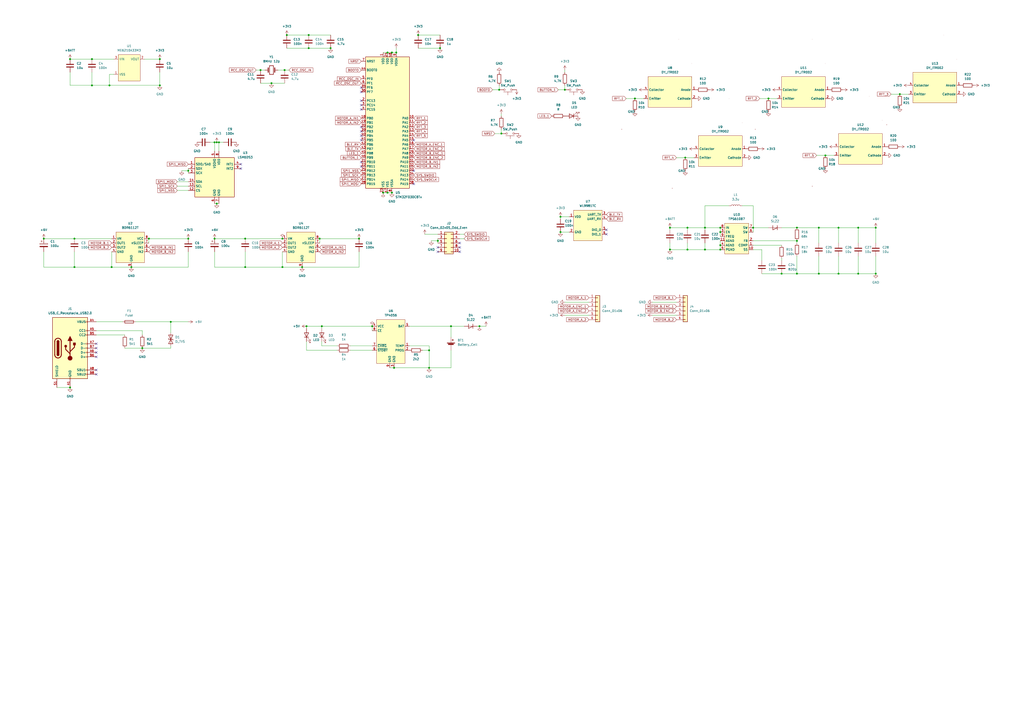
<source format=kicad_sch>
(kicad_sch (version 20211123) (generator eeschema)
  (paper "A2")
  (lib_symbols
    (symbol "Connector:USB_C_Receptacle_USB2.0" (pin_names (offset 1.016))
      (property "Reference" "J" (at -10.16 19.05 0))
      (property "Value" "USB_C_Receptacle_USB2.0" (at 19.05 19.05 0))
      (symbol "USB_C_Receptacle_USB2.0_1_1"
        (pin passive line (at 0 -22.86 90) (length 5.08) (name "GND") (number "A1"))
        (pin passive line (at 0 -22.86 90) (length 5.08) hide (name "GND") (number "A12"))
        (pin passive line (at 15.24 15.24 180) (length 5.08) (name "VBUS") (number "A4"))
        (pin bidirectional line (at 15.24 10.16 180) (length 5.08) (name "CC1") (number "A5"))
        (pin bidirectional line (at 15.24 -2.54 180) (length 5.08) (name "D+") (number "A6"))
        (pin bidirectional line (at 15.24 2.54 180) (length 5.08) (name "D-") (number "A7"))
        (pin bidirectional line (at 15.24 -12.7 180) (length 5.08) (name "SBU1") (number "A8"))
        (pin passive line (at 15.24 15.24 180) (length 5.08) hide (name "VBUS") (number "A9"))
        (pin passive line (at 0 -22.86 90) (length 5.08) hide (name "GND") (number "B1"))
        (pin passive line (at 0 -22.86 90) (length 5.08) hide (name "GND") (number "B12"))
        (pin passive line (at 15.24 15.24 180) (length 5.08) hide (name "VBUS") (number "B4"))
        (pin bidirectional line (at 15.24 7.62 180) (length 5.08) (name "CC2") (number "B5"))
        (pin bidirectional line (at 15.24 -5.08 180) (length 5.08) (name "D+") (number "B6"))
        (pin bidirectional line (at 15.24 0 180) (length 5.08) (name "D-") (number "B7"))
        (pin bidirectional line (at 15.24 -15.24 180) (length 5.08) (name "SBU2") (number "B8"))
        (pin passive line (at 15.24 15.24 180) (length 5.08) hide (name "VBUS") (number "B9"))
        (pin passive line (at -7.62 -22.86 90) (length 5.08) (name "SHIELD") (number "S1"))
      )
    )
    (symbol "Connector_Generic:Conn_01x06" (pin_names (offset 1.016) hide)
      (property "Reference" "J" (at 0 7.62 0))
      (property "Value" "Conn_01x06" (at 0 -10.16 0))
      (symbol "Conn_01x06_1_1"
        (pin passive line (at -5.08 5.08 0) (length 3.81) (name "Pin_1") (number "1"))
        (pin passive line (at -5.08 2.54 0) (length 3.81) (name "Pin_2") (number "2"))
        (pin passive line (at -5.08 0 0) (length 3.81) (name "Pin_3") (number "3"))
        (pin passive line (at -5.08 -2.54 0) (length 3.81) (name "Pin_4") (number "4"))
        (pin passive line (at -5.08 -5.08 0) (length 3.81) (name "Pin_5") (number "5"))
        (pin passive line (at -5.08 -7.62 0) (length 3.81) (name "Pin_6") (number "6"))
      )
    )
    (symbol "Connector_Generic:Conn_02x05_Odd_Even" (pin_names (offset 1.016) hide)
      (property "Reference" "J" (at 1.27 7.62 0))
      (property "Value" "Conn_02x05_Odd_Even" (at 1.27 -7.62 0))
      (symbol "Conn_02x05_Odd_Even_1_1"
        (pin passive line (at -5.08 5.08 0) (length 3.81) (name "Pin_1") (number "1"))
        (pin passive line (at 7.62 -5.08 180) (length 3.81) (name "Pin_10") (number "10"))
        (pin passive line (at 7.62 5.08 180) (length 3.81) (name "Pin_2") (number "2"))
        (pin passive line (at -5.08 2.54 0) (length 3.81) (name "Pin_3") (number "3"))
        (pin passive line (at 7.62 2.54 180) (length 3.81) (name "Pin_4") (number "4"))
        (pin passive line (at -5.08 0 0) (length 3.81) (name "Pin_5") (number "5"))
        (pin passive line (at 7.62 0 180) (length 3.81) (name "Pin_6") (number "6"))
        (pin passive line (at -5.08 -2.54 0) (length 3.81) (name "Pin_7") (number "7"))
        (pin passive line (at 7.62 -2.54 180) (length 3.81) (name "Pin_8") (number "8"))
        (pin passive line (at -5.08 -5.08 0) (length 3.81) (name "Pin_9") (number "9"))
      )
    )
    (symbol "Device:Battery_Cell" (pin_numbers hide) (pin_names (offset 0) hide)
      (property "Reference" "BT" (at 2.54 2.54 0))
      (property "Value" "Battery_Cell" (at 2.54 0 0))
      (symbol "Battery_Cell_1_1"
        (pin passive line (at 0 5.08 270) (length 2.54) (name "+") (number "1"))
        (pin passive line (at 0 -2.54 90) (length 2.54) (name "-") (number "2"))
      )
    )
    (symbol "Device:C" (pin_numbers hide) (pin_names (offset 0.254))
      (property "Reference" "C" (at 0.635 2.54 0))
      (property "Value" "C" (at 0.635 -2.54 0))
      (symbol "C_1_1"
        (pin passive line (at 0 3.81 270) (length 2.794) (name "~") (number "1"))
        (pin passive line (at 0 -3.81 90) (length 2.794) (name "~") (number "2"))
      )
    )
    (symbol "Device:C_Polarized" (pin_numbers hide) (pin_names (offset 0.254))
      (property "Reference" "C" (at 0.635 2.54 0))
      (property "Value" "C_Polarized" (at 0.635 -2.54 0))
      (symbol "C_Polarized_1_1"
        (pin passive line (at 0 3.81 270) (length 2.794) (name "~") (number "1"))
        (pin passive line (at 0 -3.81 90) (length 2.794) (name "~") (number "2"))
      )
    )
    (symbol "Device:Crystal" (pin_numbers hide) (pin_names (offset 1.016) hide)
      (property "Reference" "Y" (at 0 3.81 0))
      (property "Value" "Crystal" (at 0 -3.81 0))
      (symbol "Crystal_1_1"
        (pin passive line (at -3.81 0 0) (length 1.27) (name "1") (number "1"))
        (pin passive line (at 3.81 0 180) (length 1.27) (name "2") (number "2"))
      )
    )
    (symbol "Device:D_Shockley" (pin_numbers hide) (pin_names (offset 1.016) hide)
      (property "Reference" "D" (at 0 2.54 0))
      (property "Value" "D_Shockley" (at 0 -2.54 0))
      (symbol "D_Shockley_1_1"
        (pin passive line (at -3.81 0 0) (length 2.54) (name "K") (number "1"))
        (pin passive line (at 3.81 0 180) (length 2.54) (name "A") (number "2"))
      )
    )
    (symbol "Device:D_TVS" (pin_numbers hide) (pin_names (offset 1.016) hide)
      (property "Reference" "D" (at 0 2.54 0))
      (property "Value" "D_TVS" (at 0 -2.54 0))
      (symbol "D_TVS_1_1"
        (pin passive line (at -3.81 0 0) (length 2.54) (name "A1") (number "1"))
        (pin passive line (at 3.81 0 180) (length 2.54) (name "A2") (number "2"))
      )
    )
    (symbol "Device:Fuse" (pin_numbers hide) (pin_names (offset 0))
      (property "Reference" "F" (at 2.032 0 90))
      (property "Value" "Fuse" (at -1.905 0 90))
      (symbol "Fuse_1_1"
        (pin passive line (at 0 3.81 270) (length 1.27) (name "~") (number "1"))
        (pin passive line (at 0 -3.81 90) (length 1.27) (name "~") (number "2"))
      )
    )
    (symbol "Device:L" (pin_numbers hide) (pin_names (offset 1.016) hide)
      (property "Reference" "L" (at -1.27 0 90))
      (property "Value" "L" (at 1.905 0 90))
      (symbol "L_1_1"
        (pin passive line (at 0 3.81 270) (length 1.27) (name "1") (number "1"))
        (pin passive line (at 0 -3.81 90) (length 1.27) (name "2") (number "2"))
      )
    )
    (symbol "Device:LED" (pin_numbers hide) (pin_names (offset 1.016) hide)
      (property "Reference" "D" (at 0 2.54 0))
      (property "Value" "LED" (at 0 -2.54 0))
      (symbol "LED_1_1"
        (pin passive line (at -3.81 0 0) (length 2.54) (name "K") (number "1"))
        (pin passive line (at 3.81 0 180) (length 2.54) (name "A") (number "2"))
      )
    )
    (symbol "Device:R" (pin_numbers hide) (pin_names (offset 0))
      (property "Reference" "R" (at 2.032 0 90))
      (property "Value" "R" (at 0 0 90))
      (symbol "R_1_1"
        (pin passive line (at 0 3.81 270) (length 1.27) (name "~") (number "1"))
        (pin passive line (at 0 -3.81 90) (length 1.27) (name "~") (number "2"))
      )
    )
    (symbol "MCU_ST_STM32F0:STM32F030C8Tx"
      (property "Reference" "U" (at -12.7 39.37 0))
      (property "Value" "STM32F030C8Tx" (at 7.62 39.37 0))
      (symbol "STM32F030C8Tx_1_1"
        (pin power_in line (at -2.54 40.64 270) (length 2.54) (name "VDD") (number "1"))
        (pin bidirectional line (at 15.24 2.54 180) (length 2.54) (name "PA0") (number "10"))
        (pin bidirectional line (at 15.24 0 180) (length 2.54) (name "PA1") (number "11"))
        (pin bidirectional line (at 15.24 -2.54 180) (length 2.54) (name "PA2") (number "12"))
        (pin bidirectional line (at 15.24 -5.08 180) (length 2.54) (name "PA3") (number "13"))
        (pin bidirectional line (at 15.24 -7.62 180) (length 2.54) (name "PA4") (number "14"))
        (pin bidirectional line (at 15.24 -10.16 180) (length 2.54) (name "PA5") (number "15"))
        (pin bidirectional line (at 15.24 -12.7 180) (length 2.54) (name "PA6") (number "16"))
        (pin bidirectional line (at 15.24 -15.24 180) (length 2.54) (name "PA7") (number "17"))
        (pin bidirectional line (at -15.24 2.54 0) (length 2.54) (name "PB0") (number "18"))
        (pin bidirectional line (at -15.24 0 0) (length 2.54) (name "PB1") (number "19"))
        (pin bidirectional line (at -15.24 12.7 0) (length 2.54) (name "PC13") (number "2"))
        (pin bidirectional line (at -15.24 -2.54 0) (length 2.54) (name "PB2") (number "20"))
        (pin bidirectional line (at -15.24 -22.86 0) (length 2.54) (name "PB10") (number "21"))
        (pin bidirectional line (at -15.24 -25.4 0) (length 2.54) (name "PB11") (number "22"))
        (pin power_in line (at -2.54 -40.64 90) (length 2.54) (name "VSS") (number "23"))
        (pin power_in line (at 0 40.64 270) (length 2.54) (name "VDD") (number "24"))
        (pin bidirectional line (at -15.24 -27.94 0) (length 2.54) (name "PB12") (number "25"))
        (pin bidirectional line (at -15.24 -30.48 0) (length 2.54) (name "PB13") (number "26"))
        (pin bidirectional line (at -15.24 -33.02 0) (length 2.54) (name "PB14") (number "27"))
        (pin bidirectional line (at -15.24 -35.56 0) (length 2.54) (name "PB15") (number "28"))
        (pin bidirectional line (at 15.24 -17.78 180) (length 2.54) (name "PA8") (number "29"))
        (pin bidirectional line (at -15.24 10.16 0) (length 2.54) (name "PC14") (number "3"))
        (pin bidirectional line (at 15.24 -20.32 180) (length 2.54) (name "PA9") (number "30"))
        (pin bidirectional line (at 15.24 -22.86 180) (length 2.54) (name "PA10") (number "31"))
        (pin bidirectional line (at 15.24 -25.4 180) (length 2.54) (name "PA11") (number "32"))
        (pin bidirectional line (at 15.24 -27.94 180) (length 2.54) (name "PA12") (number "33"))
        (pin bidirectional line (at 15.24 -30.48 180) (length 2.54) (name "PA13") (number "34"))
        (pin bidirectional line (at -15.24 20.32 0) (length 2.54) (name "PF6") (number "35"))
        (pin bidirectional line (at -15.24 17.78 0) (length 2.54) (name "PF7") (number "36"))
        (pin bidirectional line (at 15.24 -33.02 180) (length 2.54) (name "PA14") (number "37"))
        (pin bidirectional line (at 15.24 -35.56 180) (length 2.54) (name "PA15") (number "38"))
        (pin bidirectional line (at -15.24 -5.08 0) (length 2.54) (name "PB3") (number "39"))
        (pin bidirectional line (at -15.24 7.62 0) (length 2.54) (name "PC15") (number "4"))
        (pin bidirectional line (at -15.24 -7.62 0) (length 2.54) (name "PB4") (number "40"))
        (pin bidirectional line (at -15.24 -10.16 0) (length 2.54) (name "PB5") (number "41"))
        (pin bidirectional line (at -15.24 -12.7 0) (length 2.54) (name "PB6") (number "42"))
        (pin bidirectional line (at -15.24 -15.24 0) (length 2.54) (name "PB7") (number "43"))
        (pin input line (at -15.24 30.48 0) (length 2.54) (name "BOOT0") (number "44"))
        (pin bidirectional line (at -15.24 -17.78 0) (length 2.54) (name "PB8") (number "45"))
        (pin bidirectional line (at -15.24 -20.32 0) (length 2.54) (name "PB9") (number "46"))
        (pin power_in line (at 0 -40.64 90) (length 2.54) (name "VSS") (number "47"))
        (pin power_in line (at 2.54 40.64 270) (length 2.54) (name "VDD") (number "48"))
        (pin input line (at -15.24 25.4 0) (length 2.54) (name "PF0") (number "5"))
        (pin input line (at -15.24 22.86 0) (length 2.54) (name "PF1") (number "6"))
        (pin input line (at -15.24 35.56 0) (length 2.54) (name "NRST") (number "7"))
        (pin power_in line (at 2.54 -40.64 90) (length 2.54) (name "VSSA") (number "8"))
        (pin power_in line (at 5.08 40.64 270) (length 2.54) (name "VDDA") (number "9"))
      )
    )
    (symbol "New_Library:BDR6112T"
      (property "Reference" "U" (at 0 0 0))
      (property "Value" "BDR6112T" (at 0 11.43 0))
      (symbol "BDR6112T_1_1"
        (pin input line (at -11.43 5.08 0) (length 2.54) (name "VM") (number "1"))
        (pin bidirectional line (at -11.43 2.54 0) (length 2.54) (name "OUT1") (number "2"))
        (pin bidirectional line (at -11.43 0 0) (length 2.54) (name "OUT2") (number "3"))
        (pin power_in line (at -11.43 -2.54 0) (length 2.54) (name "GND") (number "4"))
        (pin input line (at 10.16 -2.54 180) (length 2.54) (name "IN2") (number "5"))
        (pin input line (at 10.16 0 180) (length 2.54) (name "IN1") (number "6"))
        (pin input line (at 10.16 2.54 180) (length 2.54) (name "nSLEEP") (number "7"))
        (pin power_in line (at 10.16 5.08 180) (length 2.54) (name "VCC") (number "8"))
        (pin power_in line (at 0 -11.43 90) (length 2.54) (name "GND") (number "9"))
      )
    )
    (symbol "New_Library:DY_ITR002"
      (property "Reference" "U" (at 0 0 0))
      (property "Value" "DY_ITR002" (at 0 2.54 0))
      (symbol "DY_ITR002_0_0"
        (pin passive line (at 15.24 15.24 180) (length 2.54) (name "Anode") (number "1"))
        (pin passive line (at 15.24 10.16 180) (length 2.54) (name "Cathode") (number "2"))
        (pin passive line (at -15.24 10.16 0) (length 2.54) (name "Emitter") (number "3"))
        (pin passive line (at -15.24 15.24 0) (length 2.54) (name "Collector") (number "4"))
      )
    )
    (symbol "New_Library:ME6210A33M3"
      (property "Reference" "U" (at 0 -2.54 0))
      (property "Value" "ME6210A33M3" (at 0 -5.08 0))
      (symbol "ME6210A33M3_0_0"
        (pin power_in line (at -7.62 3.81 0) (length 2.54) (name "VSS") (number "1"))
        (pin power_out line (at 10.16 12.7 180) (length 2.54) (name "VOUT") (number "2"))
        (pin power_in line (at -7.62 12.7 0) (length 2.54) (name "VIN") (number "3"))
      )
    )
    (symbol "New_Library:TP4056"
      (property "Reference" "U" (at 0 0 0))
      (property "Value" "TP4056" (at 0 -2.54 0))
      (symbol "TP4056_0_0"
        (pin input line (at 11.43 -20.32 180) (length 2.54) (name "TEMP") (number "1"))
        (pin output line (at 11.43 -22.86 180) (length 2.54) (name "PROG") (number "2"))
        (pin power_in line (at 2.54 -33.02 90) (length 2.54) (name "GND") (number "3"))
        (pin power_in line (at -10.16 -8.89 0) (length 2.54) (name "VCC") (number "4"))
        (pin power_out line (at 11.43 -8.89 180) (length 2.54) (name "BAT") (number "5"))
        (pin open_collector line (at -10.16 -22.86 0) (length 2.54) (name "~{STDBY}") (number "6"))
        (pin open_collector line (at -10.16 -20.32 0) (length 2.54) (name "~{CHRG}") (number "7"))
        (pin input line (at -10.16 -11.43 0) (length 2.54) (name "CE") (number "8"))
        (pin power_in line (at 0 -33.02 90) (length 2.54) (name "GND") (number "9"))
      )
    )
    (symbol "New_Library:TPS61087"
      (property "Reference" "U" (at 0 0 0))
      (property "Value" "TPS61087" (at 0 -2.54 0))
      (symbol "TPS61087_0_0"
        (pin passive line (at 8.89 7.62 180) (length 2.54) (name "COMP") (number "1"))
        (pin passive line (at 8.89 5.08 180) (length 2.54) (name "SS") (number "10"))
        (pin power_in line (at -10.16 10.16 0) (length 2.54) (name "AGND") (number "11"))
        (pin input line (at 8.89 10.16 180) (length 2.54) (name "FB") (number "2"))
        (pin input line (at -10.16 15.24 0) (length 2.54) (name "EN") (number "3"))
        (pin power_in line (at -10.16 7.62 0) (length 2.54) (name "AGND") (number "4"))
        (pin power_in line (at -10.16 5.08 0) (length 2.54) (name "PGND") (number "5"))
        (pin passive line (at 8.89 15.24 180) (length 2.54) (name "SW") (number "6"))
        (pin output line (at 8.89 17.78 180) (length 2.54) (name "SW") (number "7"))
        (pin power_in line (at -10.16 17.78 0) (length 2.54) (name "IN") (number "8"))
        (pin input line (at -10.16 12.7 0) (length 2.54) (name "FREQ") (number "9"))
      )
    )
    (symbol "New_Library:WL9981TC"
      (property "Reference" "U" (at 0 0 0))
      (property "Value" "WL9981TC" (at 0 -2.54 0))
      (symbol "WL9981TC_0_0"
        (pin power_in line (at -10.16 16.51 0) (length 2.54) (name "VDD") (number "1"))
        (pin power_in line (at -10.16 7.62 0) (length 2.54) (name "GND") (number "2"))
        (pin output line (at 11.43 17.78 180) (length 2.54) (name "UART_TX") (number "3"))
        (pin input line (at 11.43 15.24 180) (length 2.54) (name "UART_RX") (number "4"))
        (pin bidirectional line (at 11.43 8.89 180) (length 2.54) (name "DIO_0") (number "5"))
        (pin bidirectional line (at 11.43 6.35 180) (length 2.54) (name "DIO_1") (number "6"))
      )
    )
    (symbol "Sensor_Motion:LSM6DS3"
      (property "Reference" "U" (at -11.43 15.24 0))
      (property "Value" "LSM6DS3" (at -11.43 12.7 0))
      (symbol "LSM6DS3_1_1"
        (pin bidirectional line (at -15.24 7.62 0) (length 3.81) (name "SDO/SA0") (number "1"))
        (pin no_connect line (at 10.16 -5.08 180) (length 3.81) hide (name "NC") (number "10"))
        (pin no_connect line (at 10.16 -2.54 180) (length 3.81) hide (name "NC") (number "11"))
        (pin input line (at -15.24 -7.62 0) (length 3.81) (name "CS") (number "12"))
        (pin input line (at -15.24 -5.08 0) (length 3.81) (name "SCL") (number "13"))
        (pin bidirectional line (at -15.24 -2.54 0) (length 3.81) (name "SDA") (number "14"))
        (pin bidirectional line (at -15.24 5.08 0) (length 3.81) (name "SDX") (number "2"))
        (pin input line (at -15.24 2.54 0) (length 3.81) (name "SCX") (number "3"))
        (pin output line (at 15.24 7.62 180) (length 3.81) (name "INT1") (number "4"))
        (pin power_in line (at 0 15.24 270) (length 3.81) (name "VDDIO") (number "5"))
        (pin power_in line (at 0 -15.24 90) (length 3.81) (name "GND") (number "6"))
        (pin power_in line (at 2.54 -15.24 90) (length 3.81) (name "GND") (number "7"))
        (pin power_in line (at 2.54 15.24 270) (length 3.81) (name "VDD") (number "8"))
        (pin output line (at 15.24 5.08 180) (length 3.81) (name "INT2") (number "9"))
      )
    )
    (symbol "Switch:SW_Push" (pin_numbers hide) (pin_names (offset 1.016) hide)
      (property "Reference" "SW" (at 1.27 2.54 0))
      (property "Value" "SW_Push" (at 0 -1.524 0))
      (symbol "SW_Push_0_1"
        (pin passive line (at -5.08 0 0) (length 2.54) (name "1") (number "1"))
        (pin passive line (at 5.08 0 180) (length 2.54) (name "2") (number "2"))
      )
    )
    (symbol "power:+3.3V" (power) (pin_names (offset 0))
      (property "Value" "+3.3V" (at 0 3.556 0))
      (symbol "+3.3V_1_1"
        (pin power_in line (at 0 0 90) (length 0) hide (name "+3V3") (number "1"))
      )
    )
    (symbol "power:+5V" (power) (pin_names (offset 0))
      (property "Value" "+5V" (at 0 3.556 0))
      (symbol "+5V_1_1"
        (pin power_in line (at 0 0 90) (length 0) hide (name "+5V") (number "1"))
      )
    )
    (symbol "power:+6V" (power) (pin_names (offset 0))
      (property "Value" "+6V" (at 0 3.556 0))
      (symbol "+6V_1_1"
        (pin power_in line (at 0 0 90) (length 0) hide (name "+6V") (number "1"))
      )
    )
    (symbol "power:+BATT" (power) (pin_names (offset 0))
      (property "Value" "+BATT" (at 0 3.556 0))
      (symbol "+BATT_1_1"
        (pin power_in line (at 0 0 90) (length 0) hide (name "+BATT") (number "1"))
      )
    )
    (symbol "power:GND" (power) (pin_names (offset 0))
      (property "Value" "GND" (at 0 -3.81 0))
      (symbol "GND_1_1"
        (pin power_in line (at 0 0 270) (length 0) hide (name "GND") (number "1"))
      )
    )
    (symbol "power:PWR_FLAG" (power) (pin_numbers hide) (pin_names (offset 0) hide)
      (property "Value" "PWR_FLAG" (at 0 3.81 0))
      (symbol "PWR_FLAG_0_0"
        (pin power_out line (at 0 0 90) (length 0) (name "pwr") (number "1"))
      )
    )
  )
  (junction (at 177.8 189.23))
  (junction (at 92.71 49.53))
  (junction (at 185.42 138.43))
  (junction (at 25.4 138.43))
  (junction (at 408.94 144.78))
  (junction (at 388.62 144.78))
  (junction (at 445.77 57.15))
  (junction (at 163.83 138.43))
  (junction (at 43.18 138.43))
  (junction (at 474.98 158.75))
  (junction (at 92.71 34.29))
  (junction (at 53.34 34.29))
  (junction (at 224.79 111.76))
  (junction (at 228.6 213.36))
  (junction (at 227.33 111.76))
  (junction (at 165.1 40.64))
  (junction (at 109.22 138.43))
  (junction (at 82.55 201.93))
  (junction (at 261.62 189.23))
  (junction (at 408.94 132.08))
  (junction (at 478.79 90.17))
  (junction (at 398.78 132.08))
  (junction (at 462.28 158.75))
  (junction (at 397.51 91.44))
  (junction (at 191.77 27.94))
  (junction (at 125.73 82.55))
  (junction (at 186.69 189.23))
  (junction (at 229.87 30.48))
  (junction (at 255.27 27.94))
  (junction (at 76.2 154.94))
  (junction (at 63.5 49.53))
  (junction (at 436.88 132.08))
  (junction (at 325.12 125.73))
  (junction (at 179.07 27.94))
  (junction (at 278.13 189.23))
  (junction (at 453.39 158.75))
  (junction (at 290.83 77.47))
  (junction (at 124.46 138.43))
  (junction (at 64.77 154.94))
  (junction (at 222.25 111.76))
  (junction (at 99.06 186.69))
  (junction (at 166.37 20.32))
  (junction (at 474.98 132.08))
  (junction (at 43.18 154.94))
  (junction (at 248.92 213.36))
  (junction (at 325.12 134.62))
  (junction (at 124.46 82.55))
  (junction (at 86.36 138.43))
  (junction (at 327.66 52.07))
  (junction (at 417.83 142.24))
  (junction (at 417.83 134.62))
  (junction (at 248.92 203.2))
  (junction (at 508 158.75))
  (junction (at 157.48 48.26))
  (junction (at 53.34 49.53))
  (junction (at 179.07 20.32))
  (junction (at 417.83 132.08))
  (junction (at 398.78 144.78))
  (junction (at 497.84 132.08))
  (junction (at 254 139.7))
  (junction (at 242.57 20.32))
  (junction (at 368.3 57.15))
  (junction (at 208.28 138.43))
  (junction (at 462.28 139.7))
  (junction (at 40.64 224.79))
  (junction (at 125.73 118.11))
  (junction (at 163.83 154.94))
  (junction (at 127 82.55))
  (junction (at 521.97 54.61))
  (junction (at 224.79 30.48))
  (junction (at 497.84 158.75))
  (junction (at 388.62 132.08))
  (junction (at 417.83 144.78))
  (junction (at 142.24 154.94))
  (junction (at 175.26 154.94))
  (junction (at 151.13 40.64))
  (junction (at 227.33 30.48))
  (junction (at 462.28 132.08))
  (junction (at 486.41 132.08))
  (junction (at 215.9 189.23))
  (junction (at 142.24 138.43))
  (junction (at 508 132.08))
  (junction (at 289.56 52.07))
  (junction (at 486.41 158.75))
  (junction (at 40.64 34.29))
  (junction (at 109.22 99.06))
  (no_connect (at 55.88 204.47))
  (no_connect (at 139.7 97.79))
  (no_connect (at 139.7 95.25))
  (no_connect (at 351.79 133.35))
  (no_connect (at 351.79 135.89))
  (no_connect (at 55.88 214.63))
  (no_connect (at 55.88 217.17))
  (no_connect (at 209.55 50.8))
  (no_connect (at 55.88 199.39))
  (no_connect (at 209.55 53.34))
  (no_connect (at 209.55 58.42))
  (no_connect (at 209.55 60.96))
  (no_connect (at 209.55 63.5))
  (no_connect (at 209.55 73.66))
  (no_connect (at 209.55 76.2))
  (no_connect (at 209.55 78.74))
  (no_connect (at 209.55 93.98))
  (no_connect (at 209.55 96.52))
  (no_connect (at 209.55 81.28))
  (no_connect (at 254 143.51))
  (no_connect (at 254 146.05))
  (no_connect (at 266.7 140.97))
  (no_connect (at 266.7 143.51))
  (no_connect (at 266.7 146.05))
  (no_connect (at 240.03 99.06))
  (no_connect (at 240.03 106.68))
  (no_connect (at 240.03 81.28))
  (no_connect (at 55.88 207.01))
  (no_connect (at 55.88 201.93))
  (wire (pts (xy 441.96 144.78) (xy 441.96 151.13)))
  (wire (pts (xy 453.39 149.86) (xy 453.39 151.13)))
  (wire (pts (xy 417.83 132.08) (xy 417.83 134.62)))
  (wire (pts (xy 203.2 203.2) (xy 215.9 203.2)))
  (wire (pts (xy 40.64 41.91) (xy 40.64 49.53)))
  (wire (pts (xy 462.28 132.08) (xy 474.98 132.08)))
  (wire (pts (xy 124.46 118.11) (xy 125.73 118.11)))
  (wire (pts (xy 185.42 138.43) (xy 185.42 140.97)))
  (wire (pts (xy 486.41 132.08) (xy 497.84 132.08)))
  (wire (pts (xy 195.58 200.66) (xy 186.69 200.66)))
  (wire (pts (xy 185.42 138.43) (xy 208.28 138.43)))
  (wire (pts (xy 222.25 111.76) (xy 224.79 111.76)))
  (wire (pts (xy 327.66 175.26) (xy 341.63 175.26)))
  (wire (pts (xy 175.26 154.94) (xy 208.28 154.94)))
  (wire (pts (xy 127 82.55) (xy 127 87.63)))
  (wire (pts (xy 516.89 54.61) (xy 521.97 54.61)))
  (wire (pts (xy 177.8 203.2) (xy 177.8 198.12)))
  (wire (pts (xy 72.39 201.93) (xy 82.55 201.93)))
  (wire (pts (xy 55.88 191.77) (xy 82.55 191.77)))
  (wire (pts (xy 497.84 158.75) (xy 508 158.75)))
  (wire (pts (xy 289.56 49.53) (xy 289.56 52.07)))
  (wire (pts (xy 86.36 138.43) (xy 86.36 140.97)))
  (wire (pts (xy 250.19 139.7) (xy 254 139.7)))
  (wire (pts (xy 99.06 186.69) (xy 99.06 193.04)))
  (wire (pts (xy 285.75 52.07) (xy 289.56 52.07)))
  (wire (pts (xy 276.86 189.23) (xy 278.13 189.23)))
  (wire (pts (xy 215.9 189.23) (xy 186.69 189.23)))
  (wire (pts (xy 55.88 194.31) (xy 72.39 194.31)))
  (wire (pts (xy 43.18 154.94) (xy 64.77 154.94)))
  (wire (pts (xy 82.55 201.93) (xy 99.06 201.93)))
  (wire (pts (xy 43.18 154.94) (xy 43.18 146.05)))
  (wire (pts (xy 222.25 30.48) (xy 224.79 30.48)))
  (wire (pts (xy 124.46 82.55) (xy 124.46 87.63)))
  (wire (pts (xy 508 132.08) (xy 508 140.97)))
  (wire (pts (xy 148.59 40.64) (xy 151.13 40.64)))
  (wire (pts (xy 186.69 189.23) (xy 177.8 189.23)))
  (wire (pts (xy 66.04 43.18) (xy 63.5 43.18)))
  (wire (pts (xy 142.24 154.94) (xy 142.24 146.05)))
  (wire (pts (xy 64.77 146.05) (xy 64.77 154.94)))
  (wire (pts (xy 269.24 135.89) (xy 266.7 135.89)))
  (wire (pts (xy 226.06 213.36) (xy 228.6 213.36)))
  (wire (pts (xy 325.12 125.73) (xy 325.12 127)))
  (wire (pts (xy 76.2 154.94) (xy 109.22 154.94)))
  (wire (pts (xy 161.29 40.64) (xy 165.1 40.64)))
  (wire (pts (xy 242.57 20.32) (xy 255.27 20.32)))
  (wire (pts (xy 408.94 144.78) (xy 398.78 144.78)))
  (wire (pts (xy 278.13 189.23) (xy 281.94 189.23)))
  (wire (pts (xy 109.22 186.69) (xy 99.06 186.69)))
  (wire (pts (xy 508 158.75) (xy 508 148.59)))
  (wire (pts (xy 363.22 57.15) (xy 368.3 57.15)))
  (wire (pts (xy 215.9 189.23) (xy 215.9 191.77)))
  (wire (pts (xy 102.87 105.41) (xy 109.22 105.41)))
  (wire (pts (xy 167.64 40.64) (xy 165.1 40.64)))
  (wire (pts (xy 398.78 132.08) (xy 388.62 132.08)))
  (wire (pts (xy 474.98 148.59) (xy 474.98 158.75)))
  (wire (pts (xy 462.28 148.59) (xy 462.28 158.75)))
  (wire (pts (xy 290.83 66.04) (xy 290.83 67.31)))
  (wire (pts (xy 408.94 132.08) (xy 417.83 132.08)))
  (wire (pts (xy 121.92 82.55) (xy 124.46 82.55)))
  (wire (pts (xy 378.46 182.88) (xy 392.43 182.88)))
  (wire (pts (xy 53.34 34.29) (xy 66.04 34.29)))
  (wire (pts (xy 102.87 110.49) (xy 109.22 110.49)))
  (wire (pts (xy 40.64 34.29) (xy 53.34 34.29)))
  (wire (pts (xy 408.94 132.08) (xy 408.94 133.35)))
  (wire (pts (xy 248.92 200.66) (xy 248.92 203.2)))
  (wire (pts (xy 408.94 119.38) (xy 422.91 119.38)))
  (wire (pts (xy 242.57 27.94) (xy 255.27 27.94)))
  (wire (pts (xy 408.94 140.97) (xy 408.94 144.78)))
  (wire (pts (xy 327.66 40.64) (xy 327.66 41.91)))
  (wire (pts (xy 83.82 34.29) (xy 92.71 34.29)))
  (wire (pts (xy 109.22 99.06) (xy 109.22 100.33)))
  (wire (pts (xy 417.83 144.78) (xy 408.94 144.78)))
  (wire (pts (xy 186.69 189.23) (xy 186.69 190.5)))
  (wire (pts (xy 486.41 132.08) (xy 486.41 140.97)))
  (wire (pts (xy 124.46 154.94) (xy 142.24 154.94)))
  (wire (pts (xy 224.79 30.48) (xy 227.33 30.48)))
  (wire (pts (xy 179.07 20.32) (xy 191.77 20.32)))
  (wire (pts (xy 25.4 138.43) (xy 43.18 138.43)))
  (wire (pts (xy 486.41 148.59) (xy 486.41 158.75)))
  (wire (pts (xy 368.3 57.15) (xy 373.38 57.15)))
  (wire (pts (xy 269.24 138.43) (xy 266.7 138.43)))
  (wire (pts (xy 453.39 132.08) (xy 462.28 132.08)))
  (wire (pts (xy 441.96 158.75) (xy 453.39 158.75)))
  (wire (pts (xy 408.94 119.38) (xy 408.94 132.08)))
  (wire (pts (xy 398.78 140.97) (xy 398.78 144.78)))
  (wire (pts (xy 237.49 200.66) (xy 248.92 200.66)))
  (wire (pts (xy 417.83 134.62) (xy 417.83 137.16)))
  (wire (pts (xy 323.85 52.07) (xy 327.66 52.07)))
  (wire (pts (xy 440.69 57.15) (xy 445.77 57.15)))
  (wire (pts (xy 327.66 182.88) (xy 341.63 182.88)))
  (wire (pts (xy 261.62 189.23) (xy 261.62 195.58)))
  (wire (pts (xy 246.38 135.89) (xy 254 135.89)))
  (wire (pts (xy 408.94 132.08) (xy 398.78 132.08)))
  (wire (pts (xy 229.87 27.94) (xy 229.87 30.48)))
  (wire (pts (xy 287.02 77.47) (xy 290.83 77.47)))
  (wire (pts (xy 388.62 132.08) (xy 388.62 133.35)))
  (wire (pts (xy 124.46 138.43) (xy 142.24 138.43)))
  (wire (pts (xy 478.79 90.17) (xy 483.87 90.17)))
  (wire (pts (xy 125.73 118.11) (xy 127 118.11)))
  (wire (pts (xy 92.71 49.53) (xy 92.71 41.91)))
  (wire (pts (xy 474.98 158.75) (xy 486.41 158.75)))
  (wire (pts (xy 86.36 138.43) (xy 109.22 138.43)))
  (wire (pts (xy 248.92 203.2) (xy 248.92 213.36)))
  (wire (pts (xy 109.22 146.05) (xy 109.22 154.94)))
  (wire (pts (xy 25.4 154.94) (xy 43.18 154.94)))
  (wire (pts (xy 33.02 224.79) (xy 40.64 224.79)))
  (wire (pts (xy 436.88 132.08) (xy 445.77 132.08)))
  (wire (pts (xy 237.49 189.23) (xy 261.62 189.23)))
  (wire (pts (xy 228.6 213.36) (xy 248.92 213.36)))
  (wire (pts (xy 436.88 142.24) (xy 453.39 142.24)))
  (wire (pts (xy 462.28 158.75) (xy 474.98 158.75)))
  (wire (pts (xy 53.34 41.91) (xy 53.34 49.53)))
  (wire (pts (xy 179.07 27.94) (xy 191.77 27.94)))
  (wire (pts (xy 497.84 132.08) (xy 508 132.08)))
  (wire (pts (xy 261.62 213.36) (xy 248.92 213.36)))
  (wire (pts (xy 417.83 142.24) (xy 417.83 144.78)))
  (wire (pts (xy 203.2 200.66) (xy 215.9 200.66)))
  (wire (pts (xy 99.06 201.93) (xy 99.06 200.66)))
  (wire (pts (xy 436.88 144.78) (xy 441.96 144.78)))
  (wire (pts (xy 436.88 119.38) (xy 436.88 132.08)))
  (wire (pts (xy 474.98 132.08) (xy 474.98 140.97)))
  (wire (pts (xy 63.5 43.18) (xy 63.5 49.53)))
  (wire (pts (xy 40.64 49.53) (xy 53.34 49.53)))
  (wire (pts (xy 208.28 146.05) (xy 208.28 154.94)))
  (wire (pts (xy 388.62 144.78) (xy 388.62 140.97)))
  (wire (pts (xy 261.62 189.23) (xy 269.24 189.23)))
  (wire (pts (xy 397.51 91.44) (xy 402.59 91.44)))
  (wire (pts (xy 186.69 200.66) (xy 186.69 198.12)))
  (wire (pts (xy 445.77 57.15) (xy 450.85 57.15)))
  (wire (pts (xy 71.12 186.69) (xy 55.88 186.69)))
  (wire (pts (xy 474.98 132.08) (xy 486.41 132.08)))
  (wire (pts (xy 43.18 138.43) (xy 64.77 138.43)))
  (wire (pts (xy 224.79 111.76) (xy 227.33 111.76)))
  (wire (pts (xy 177.8 189.23) (xy 177.8 190.5)))
  (wire (pts (xy 195.58 203.2) (xy 177.8 203.2)))
  (wire (pts (xy 102.87 107.95) (xy 109.22 107.95)))
  (wire (pts (xy 142.24 138.43) (xy 163.83 138.43)))
  (wire (pts (xy 430.53 119.38) (xy 436.88 119.38)))
  (wire (pts (xy 398.78 132.08) (xy 398.78 133.35)))
  (wire (pts (xy 254 139.7) (xy 254 140.97)))
  (wire (pts (xy 151.13 40.64) (xy 153.67 40.64)))
  (wire (pts (xy 64.77 154.94) (xy 76.2 154.94)))
  (wire (pts (xy 105.41 99.06) (xy 109.22 99.06)))
  (wire (pts (xy 254 138.43) (xy 254 139.7)))
  (wire (pts (xy 109.22 97.79) (xy 109.22 99.06)))
  (wire (pts (xy 227.33 30.48) (xy 229.87 30.48)))
  (wire (pts (xy 392.43 91.44) (xy 397.51 91.44)))
  (wire (pts (xy 53.34 49.53) (xy 63.5 49.53)))
  (wire (pts (xy 129.54 82.55) (xy 127 82.55)))
  (wire (pts (xy 166.37 20.32) (xy 179.07 20.32)))
  (wire (pts (xy 417.83 139.7) (xy 417.83 142.24)))
  (wire (pts (xy 453.39 158.75) (xy 462.28 158.75)))
  (wire (pts (xy 290.83 74.93) (xy 290.83 77.47)))
  (wire (pts (xy 245.11 203.2) (xy 248.92 203.2)))
  (wire (pts (xy 436.88 139.7) (xy 462.28 139.7)))
  (wire (pts (xy 163.83 154.94) (xy 175.26 154.94)))
  (wire (pts (xy 82.55 191.77) (xy 82.55 194.31)))
  (wire (pts (xy 497.84 132.08) (xy 497.84 140.97)))
  (wire (pts (xy 166.37 27.94) (xy 179.07 27.94)))
  (wire (pts (xy 124.46 82.55) (xy 125.73 82.55)))
  (wire (pts (xy 398.78 144.78) (xy 388.62 144.78)))
  (wire (pts (xy 325.12 134.62) (xy 330.2 134.62)))
  (wire (pts (xy 261.62 203.2) (xy 261.62 213.36)))
  (wire (pts (xy 157.48 48.26) (xy 165.1 48.26)))
  (wire (pts (xy 63.5 49.53) (xy 92.71 49.53)))
  (wire (pts (xy 436.88 132.08) (xy 436.88 134.62)))
  (wire (pts (xy 486.41 158.75) (xy 497.84 158.75)))
  (wire (pts (xy 124.46 146.05) (xy 124.46 154.94)))
  (wire (pts (xy 327.66 49.53) (xy 327.66 52.07)))
  (wire (pts (xy 99.06 186.69) (xy 78.74 186.69)))
  (wire (pts (xy 163.83 146.05) (xy 163.83 154.94)))
  (wire (pts (xy 462.28 139.7) (xy 462.28 140.97)))
  (wire (pts (xy 521.97 54.61) (xy 527.05 54.61)))
  (wire (pts (xy 473.71 90.17) (xy 478.79 90.17)))
  (wire (pts (xy 497.84 148.59) (xy 497.84 158.75)))
  (wire (pts (xy 325.12 125.73) (xy 330.2 125.73)))
  (wire (pts (xy 125.73 82.55) (xy 127 82.55)))
  (wire (pts (xy 142.24 154.94) (xy 163.83 154.94)))
  (wire (pts (xy 151.13 48.26) (xy 157.48 48.26)))
  (wire (pts (xy 378.46 175.26) (xy 392.43 175.26)))
  (wire (pts (xy 25.4 146.05) (xy 25.4 154.94)))
  (global_label "RFT_4" (shape input) (at 392.43 91.44 180) (property "Intersheet References" "${INTERSHEET_REFS}" (effects hide)))
  (global_label "MOTOR_B_ENC_2" (shape input) (at 392.43 180.34 180) (property "Intersheet References" "${INTERSHEET_REFS}" (effects hide)))
  (global_label "SPI1_MOSI" (shape input) (at 209.55 106.68 180) (property "Intersheet References" "${INTERSHEET_REFS}" (effects hide)))
  (global_label "SPI1_MISO" (shape input) (at 109.22 95.25 180) (property "Intersheet References" "${INTERSHEET_REFS}" (effects hide)))
  (global_label "BUTTON_1" (shape input) (at 209.55 91.44 180) (property "Intersheet References" "${INTERSHEET_REFS}" (effects hide)))
  (global_label "SPI1_NSS" (shape input) (at 209.55 99.06 180) (property "Intersheet References" "${INTERSHEET_REFS}" (effects hide)))
  (global_label "MOTOR_A_2" (shape input) (at 341.63 185.42 180) (property "Intersheet References" "${INTERSHEET_REFS}" (effects hide)))
  (global_label "RFT_4" (shape input) (at 240.03 76.2 0) (property "Intersheet References" "${INTERSHEET_REFS}" (effects hide)))
  (global_label "MOTOR_B_2" (shape input) (at 392.43 185.42 180) (property "Intersheet References" "${INTERSHEET_REFS}" (effects hide)))
  (global_label "RCC_OSC_IN" (shape input) (at 167.64 40.64 0) (property "Intersheet References" "${INTERSHEET_REFS}" (effects hide)))
  (global_label "MOTOR_A_IN1" (shape input) (at 185.42 143.51 0) (property "Intersheet References" "${INTERSHEET_REFS}" (effects hide)))
  (global_label "MOTOR_A_IN2" (shape input) (at 185.42 146.05 0) (property "Intersheet References" "${INTERSHEET_REFS}" (effects hide)))
  (global_label "MOTOR_A_1" (shape input) (at 341.63 172.72 180) (property "Intersheet References" "${INTERSHEET_REFS}" (effects hide)))
  (global_label "BLE_RX" (shape input) (at 351.79 127 0) (property "Intersheet References" "${INTERSHEET_REFS}" (effects hide)))
  (global_label "SPI1_SCK" (shape input) (at 102.87 107.95 180) (property "Intersheet References" "${INTERSHEET_REFS}" (effects hide)))
  (global_label "MOTOR_A_ENC_2" (shape input) (at 240.03 86.36 0) (property "Intersheet References" "${INTERSHEET_REFS}" (effects hide)))
  (global_label "MOTOR_B_1" (shape input) (at 392.43 172.72 180) (property "Intersheet References" "${INTERSHEET_REFS}" (effects hide)))
  (global_label "MOTOR_A_ENC_1" (shape input) (at 240.03 83.82 0) (property "Intersheet References" "${INTERSHEET_REFS}" (effects hide)))
  (global_label "BLE_RX" (shape input) (at 209.55 83.82 180) (property "Intersheet References" "${INTERSHEET_REFS}" (effects hide)))
  (global_label "MOTOR_B_2" (shape input) (at 64.77 143.51 180) (property "Intersheet References" "${INTERSHEET_REFS}" (effects hide)))
  (global_label "SPI1_SCK" (shape input) (at 209.55 101.6 180) (property "Intersheet References" "${INTERSHEET_REFS}" (effects hide)))
  (global_label "RFT_5" (shape input) (at 473.71 90.17 180) (property "Intersheet References" "${INTERSHEET_REFS}" (effects hide)))
  (global_label "MOTOR_B_IN2" (shape input) (at 86.36 146.05 0) (property "Intersheet References" "${INTERSHEET_REFS}" (effects hide)))
  (global_label "RFT_2" (shape input) (at 240.03 71.12 0) (property "Intersheet References" "${INTERSHEET_REFS}" (effects hide)))
  (global_label "SYS_SWDIO" (shape input) (at 240.03 101.6 0) (property "Intersheet References" "${INTERSHEET_REFS}" (effects hide)))
  (global_label "LED_1" (shape input) (at 320.04 67.31 180) (property "Intersheet References" "${INTERSHEET_REFS}" (effects hide)))
  (global_label "MOTOR_A_IN2" (shape input) (at 209.55 71.12 180) (property "Intersheet References" "${INTERSHEET_REFS}" (effects hide)))
  (global_label "MOTOR_B_1" (shape input) (at 64.77 140.97 180) (property "Intersheet References" "${INTERSHEET_REFS}" (effects hide)))
  (global_label "BLE_TX" (shape input) (at 351.79 124.46 0) (property "Intersheet References" "${INTERSHEET_REFS}" (effects hide)))
  (global_label "NRST" (shape input) (at 287.02 77.47 180) (property "Intersheet References" "${INTERSHEET_REFS}" (effects hide)))
  (global_label "BUTTON_1" (shape input) (at 323.85 52.07 180) (property "Intersheet References" "${INTERSHEET_REFS}" (effects hide)))
  (global_label "RCC_OSC_OUT" (shape input) (at 209.55 48.26 180) (property "Intersheet References" "${INTERSHEET_REFS}" (effects hide)))
  (global_label "NRST" (shape input) (at 209.55 35.56 180) (property "Intersheet References" "${INTERSHEET_REFS}" (effects hide)))
  (global_label "SYS_SWDCLK" (shape input) (at 269.24 138.43 0) (property "Intersheet References" "${INTERSHEET_REFS}" (effects hide)))
  (global_label "RFT_3" (shape input) (at 240.03 73.66 0) (property "Intersheet References" "${INTERSHEET_REFS}" (effects hide)))
  (global_label "SPI1_NSS" (shape input) (at 102.87 110.49 180) (property "Intersheet References" "${INTERSHEET_REFS}" (effects hide)))
  (global_label "BOOTO" (shape input) (at 209.55 40.64 180) (property "Intersheet References" "${INTERSHEET_REFS}" (effects hide)))
  (global_label "MOTOR_B_IN1" (shape input) (at 86.36 143.51 0) (property "Intersheet References" "${INTERSHEET_REFS}" (effects hide)))
  (global_label "MOTOR_A_ENC_2" (shape input) (at 341.63 180.34 180) (property "Intersheet References" "${INTERSHEET_REFS}" (effects hide)))
  (global_label "SYS_SWDCLK" (shape input) (at 240.03 104.14 0) (property "Intersheet References" "${INTERSHEET_REFS}" (effects hide)))
  (global_label "MOTOR_A_IN1" (shape input) (at 209.55 68.58 180) (property "Intersheet References" "${INTERSHEET_REFS}" (effects hide)))
  (global_label "RFT_1" (shape input) (at 363.22 57.15 180) (property "Intersheet References" "${INTERSHEET_REFS}" (effects hide)))
  (global_label "MOTOR_A_ENC_1" (shape input) (at 341.63 177.8 180) (property "Intersheet References" "${INTERSHEET_REFS}" (effects hide)))
  (global_label "RCC_OSC_IN" (shape input) (at 209.55 45.72 180) (property "Intersheet References" "${INTERSHEET_REFS}" (effects hide)))
  (global_label "MOTOR_B_ENC_2" (shape input) (at 240.03 91.44 0) (property "Intersheet References" "${INTERSHEET_REFS}" (effects hide)))
  (global_label "RFT_3" (shape input) (at 516.89 54.61 180) (property "Intersheet References" "${INTERSHEET_REFS}" (effects hide)))
  (global_label "SYS_SWDIO" (shape input) (at 269.24 135.89 0) (property "Intersheet References" "${INTERSHEET_REFS}" (effects hide)))
  (global_label "RCC_OSC_OUT" (shape input) (at 148.59 40.64 180) (property "Intersheet References" "${INTERSHEET_REFS}" (effects hide)))
  (global_label "RFT_2" (shape input) (at 440.69 57.15 180) (property "Intersheet References" "${INTERSHEET_REFS}" (effects hide)))
  (global_label "MOTOR_A_1" (shape input) (at 163.83 140.97 180) (property "Intersheet References" "${INTERSHEET_REFS}" (effects hide)))
  (global_label "MOTOR_B_ENC_1" (shape input) (at 240.03 88.9 0) (property "Intersheet References" "${INTERSHEET_REFS}" (effects hide)))
  (global_label "SPI1_MOSI" (shape input) (at 102.87 105.41 180) (property "Intersheet References" "${INTERSHEET_REFS}" (effects hide)))
  (global_label "BOOTO" (shape input) (at 285.75 52.07 180) (property "Intersheet References" "${INTERSHEET_REFS}" (effects hide)))
  (global_label "MOTOR_A_2" (shape input) (at 163.83 143.51 180) (property "Intersheet References" "${INTERSHEET_REFS}" (effects hide)))
  (global_label "RFT_5" (shape input) (at 240.03 78.74 0) (property "Intersheet References" "${INTERSHEET_REFS}" (effects hide)))
  (global_label "RFT_1" (shape input) (at 240.03 68.58 0) (property "Intersheet References" "${INTERSHEET_REFS}" (effects hide)))
  (global_label "MOTOR_B_IN1" (shape input) (at 240.03 93.98 0) (property "Intersheet References" "${INTERSHEET_REFS}" (effects hide)))
  (global_label "MOTOR_B_IN2" (shape input) (at 240.03 96.52 0) (property "Intersheet References" "${INTERSHEET_REFS}" (effects hide)))
  (global_label "MOTOR_B_ENC_1" (shape input) (at 392.43 177.8 180) (property "Intersheet References" "${INTERSHEET_REFS}" (effects hide)))
  (global_label "LED_1" (shape input) (at 209.55 88.9 180) (property "Intersheet References" "${INTERSHEET_REFS}" (effects hide)))
  (global_label "SPI1_MISO" (shape input) (at 209.55 104.14 180) (property "Intersheet References" "${INTERSHEET_REFS}" (effects hide)))
  (global_label "BLE_TX" (shape input) (at 209.55 86.36 180) (property "Intersheet References" "${INTERSHEET_REFS}" (effects hide)))
  (symbol (lib_id "Device:C") (at 242.57 24.13 0) (unit 1)
    (property "Reference" "C17" (at 246.38 22.8599 0) (effects (justify left)))
    (property "Value" "10n" (at 246.38 25.3999 0) (effects (justify left)))
    (property "Footprint" "Capacitor_SMD:C_0805_2012Metric_Pad1.18x1.45mm_HandSolder" (effects hide))
  )
  (symbol (lib_id "power:PWR_FLAG") (at 163.83 138.43 0) (unit 1)
    (property "Reference" "#FLG0103" (effects hide))
    (property "Value" "PWR_FLAG" (effects hide))
  )
  (symbol (lib_id "Device:R") (at 407.67 52.07 90) (unit 1)
    (property "Reference" "R12" (at 407.67 45.72 90))
    (property "Value" "100" (at 407.67 48.26 90))
    (property "Footprint" "Resistor_SMD:R_0805_2012Metric_Pad1.20x1.40mm_HandSolder" (effects hide))
  )
  (symbol (lib_id "power:+3.3V") (at 565.15 49.53 270) (unit 1)
    (property "Reference" "#PWR066" (effects hide))
    (property "Value" "+3.3V" (at 568.96 49.5299 90) (effects (justify left)))
  )
  (symbol (lib_id "Device:R") (at 82.55 198.12 0) (unit 1)
    (property "Reference" "R2" (at 85.09 196.8499 0) (effects (justify left)))
    (property "Value" "5k1" (at 85.09 199.3899 0) (effects (justify left)))
    (property "Footprint" "Resistor_SMD:R_0805_2012Metric_Pad1.20x1.40mm_HandSolder" (effects hide))
  )
  (symbol (lib_id "Device:C") (at 191.77 24.13 0) (unit 1)
    (property "Reference" "C15" (at 195.58 22.8599 0) (effects (justify left)))
    (property "Value" "4.7u" (at 195.58 25.3999 0) (effects (justify left)))
    (property "Footprint" "Capacitor_SMD:C_0805_2012Metric_Pad1.18x1.45mm_HandSolder" (effects hide))
  )
  (symbol (lib_id "power:GND") (at 481.33 57.15 90) (unit 1)
    (property "Reference" "#PWR056" (effects hide))
    (property "Value" "GND" (at 485.14 57.1499 90) (effects (justify right)))
  )
  (symbol (lib_id "power:+BATT") (at 40.64 34.29 0) (unit 1)
    (property "Reference" "#PWR02" (effects hide))
    (property "Value" "+BATT" (at 40.64 29.21 0))
  )
  (symbol (lib_id "power:GND") (at 105.41 99.06 0) (unit 1)
    (property "Reference" "#PWR08" (effects hide))
    (property "Value" "GND" (at 105.41 104.14 0))
  )
  (symbol (lib_id "power:GND") (at 378.46 175.26 270) (unit 1)
    (property "Reference" "#PWR043" (effects hide))
    (property "Value" "GND" (at 374.65 175.2599 90) (effects (justify right)))
  )
  (symbol (lib_id "Device:R") (at 436.88 86.36 90) (unit 1)
    (property "Reference" "R13" (at 436.88 80.01 90))
    (property "Value" "100" (at 436.88 82.55 90))
    (property "Footprint" "Resistor_SMD:R_0805_2012Metric_Pad1.20x1.40mm_HandSolder" (effects hide))
  )
  (symbol (lib_id "power:+3.3V") (at 92.71 34.29 0) (unit 1)
    (property "Reference" "#PWR06" (effects hide))
    (property "Value" "+3.3V" (at 92.71 29.21 0))
  )
  (symbol (lib_id "power:GND") (at 388.62 144.78 0) (unit 1)
    (property "Reference" "#PWR046" (effects hide))
    (property "Value" "GND" (at 388.62 149.86 0))
  )
  (symbol (lib_id "power:+3.3V") (at 411.48 52.07 270) (unit 1)
    (property "Reference" "#PWR050" (effects hide))
    (property "Value" "+3.3V" (at 415.29 52.0699 90) (effects (justify left)))
  )
  (symbol (lib_id "Switch:SW_Push") (at 332.74 52.07 180) (unit 1)
    (property "Reference" "SW3" (at 332.74 46.99 0))
    (property "Value" "SW_Push" (at 332.74 49.53 0))
    (property "Footprint" "Button_Switch_SMD:SW_SPST_SKQG_WithStem" (effects hide))
  )
  (symbol (lib_id "power:+3.3V") (at 166.37 20.32 0) (unit 1)
    (property "Reference" "#PWR017" (effects hide))
    (property "Value" "+3.3V" (at 166.37 15.24 0))
  )
  (symbol (lib_id "Connector_Generic:Conn_02x05_Odd_Even") (at 259.08 140.97 0) (unit 1)
    (property "Reference" "J2" (at 260.35 129.54 0))
    (property "Value" "Conn_02x05_Odd_Even" (at 260.35 132.08 0))
    (property "Footprint" "Connector_PinHeader_1.27mm:PinHeader_2x05_P1.27mm_Vertical" (effects hide))
  )
  (symbol (lib_id "power:GND") (at 514.35 90.17 90) (unit 1)
    (property "Reference" "#PWR061" (effects hide))
    (property "Value" "GND" (at 518.16 90.1699 90) (effects (justify right)))
  )
  (symbol (lib_id "Device:C") (at 43.18 142.24 0) (unit 1)
    (property "Reference" "C3" (at 46.99 140.9699 0) (effects (justify left)))
    (property "Value" "100n" (at 46.99 143.5099 0) (effects (justify left)))
    (property "Footprint" "Capacitor_SMD:C_0805_2012Metric_Pad1.18x1.45mm_HandSolder" (effects hide))
  )
  (symbol (lib_id "power:GND") (at 327.66 175.26 270) (unit 1)
    (property "Reference" "#PWR037" (effects hide))
    (property "Value" "GND" (at 323.85 175.2599 90) (effects (justify right)))
  )
  (symbol (lib_id "New_Library:DY_ITR002") (at 499.11 100.33 0) (unit 1)
    (property "Reference" "U12" (at 499.11 72.39 0))
    (property "Value" "DY_ITR002" (at 499.11 74.93 0))
    (property "Footprint" "new lib:DY-ITR002" (effects hide))
  )
  (symbol (lib_id "New_Library:ME6210A33M3") (at 73.66 46.99 0) (unit 1)
    (property "Reference" "U1" (at 74.93 26.67 0))
    (property "Value" "ME6210A33M3" (at 74.93 29.21 0))
    (property "Footprint" "Package_TO_SOT_SMD:SOT-23" (effects hide))
  )
  (symbol (lib_id "Device:R") (at 397.51 95.25 180) (unit 1)
    (property "Reference" "R11" (at 401.32 96.52 0))
    (property "Value" "10k" (at 401.32 93.98 0))
    (property "Footprint" "Resistor_SMD:R_0805_2012Metric_Pad1.20x1.40mm_HandSolder" (effects hide))
  )
  (symbol (lib_id "power:GND") (at 325.12 134.62 0) (unit 1)
    (property "Reference" "#PWR035" (effects hide))
    (property "Value" "GND" (at 325.12 139.7 0))
  )
  (symbol (lib_id "power:+3.3V") (at 242.57 20.32 0) (unit 1)
    (property "Reference" "#PWR024" (effects hide))
    (property "Value" "+3.3V" (at 242.57 15.24 0))
  )
  (symbol (lib_id "power:+3.3V") (at 373.38 52.07 90) (unit 1)
    (property "Reference" "#PWR042" (effects hide))
    (property "Value" "+3.3V" (at 369.57 52.0699 90) (effects (justify left)))
  )
  (symbol (lib_id "Device:C") (at 142.24 142.24 0) (unit 1)
    (property "Reference" "C10" (at 146.05 140.9699 0) (effects (justify left)))
    (property "Value" "100n" (at 146.05 143.5099 0) (effects (justify left)))
    (property "Footprint" "Capacitor_SMD:C_0805_2012Metric_Pad1.18x1.45mm_HandSolder" (effects hide))
  )
  (symbol (lib_id "Device:R") (at 518.16 85.09 90) (unit 1)
    (property "Reference" "R20" (at 518.16 78.74 90))
    (property "Value" "100" (at 518.16 81.28 90))
    (property "Footprint" "Resistor_SMD:R_0805_2012Metric_Pad1.20x1.40mm_HandSolder" (effects hide))
  )
  (symbol (lib_id "power:+3.3V") (at 325.12 125.73 0) (unit 1)
    (property "Reference" "#PWR034" (effects hide))
    (property "Value" "+3.3V" (at 325.12 120.65 0))
  )
  (symbol (lib_id "power:GND") (at 445.77 64.77 0) (unit 1)
    (property "Reference" "#PWR053" (effects hide))
    (property "Value" "GND" (at 445.77 64.77 0) (effects (justify right)))
  )
  (symbol (lib_id "New_Library:TPS61087") (at 427.99 149.86 0) (unit 1)
    (property "Reference" "U10" (at 427.355 124.46 0))
    (property "Value" "TPS61087" (at 427.355 127 0))
    (property "Footprint" "Package_SON:VSON-10-1EP_3x3mm_P0.5mm_EP1.2x2mm" (effects hide))
  )
  (symbol (lib_id "power:GND") (at 335.28 67.31 0) (unit 1)
    (property "Reference" "#PWR039" (effects hide))
    (property "Value" "GND" (at 335.28 72.39 0))
  )
  (symbol (lib_id "Device:Crystal") (at 157.48 40.64 0) (unit 1)
    (property "Reference" "Y1" (at 157.48 33.02 0))
    (property "Value" "8MHz 12p" (at 157.48 35.56 0))
    (property "Footprint" "Crystal:Crystal_SMD_5032-2Pin_5.0x3.2mm" (effects hide))
  )
  (symbol (lib_id "power:GND") (at 255.27 27.94 0) (unit 1)
    (property "Reference" "#PWR028" (effects hide))
    (property "Value" "GND" (at 255.27 33.02 0))
  )
  (symbol (lib_id "Device:C") (at 497.84 144.78 0) (unit 1)
    (property "Reference" "C27" (at 501.65 143.5099 0) (effects (justify left)))
    (property "Value" "10u" (at 501.65 146.0499 0) (effects (justify left)))
    (property "Footprint" "Capacitor_SMD:C_0805_2012Metric_Pad1.18x1.45mm_HandSolder" (effects hide))
  )
  (symbol (lib_id "Device:R") (at 561.34 49.53 90) (unit 1)
    (property "Reference" "R22" (at 561.34 43.18 90))
    (property "Value" "100" (at 561.34 45.72 90))
    (property "Footprint" "Resistor_SMD:R_0805_2012Metric_Pad1.20x1.40mm_HandSolder" (effects hide))
  )
  (symbol (lib_id "Device:D_Shockley") (at 449.58 132.08 180) (unit 1)
    (property "Reference" "D6" (at 449.58 125.73 0))
    (property "Value" "SL22" (at 449.58 128.27 0))
    (property "Footprint" "Diode_SMD:D_SMB_Handsoldering" (effects hide))
  )
  (symbol (lib_id "power:PWR_FLAG") (at 222.25 111.76 180) (unit 1)
    (property "Reference" "#FLG0104" (effects hide))
    (property "Value" "PWR_FLAG" (effects hide))
  )
  (symbol (lib_id "Device:C") (at 179.07 24.13 0) (unit 1)
    (property "Reference" "C14" (at 182.88 22.8599 0) (effects (justify left)))
    (property "Value" "100n" (at 182.88 25.3999 0) (effects (justify left)))
    (property "Footprint" "Capacitor_SMD:C_0805_2012Metric_Pad1.18x1.45mm_HandSolder" (effects hide))
  )
  (symbol (lib_id "Connector_Generic:Conn_01x06") (at 397.51 177.8 0) (unit 1)
    (property "Reference" "J4" (at 400.05 177.7999 0) (effects (justify left)))
    (property "Value" "Conn_01x06" (at 400.05 180.3399 0) (effects (justify left)))
    (property "Footprint" "Connector_PinHeader_2.54mm:PinHeader_1x06_P2.54mm_Vertical" (effects hide))
  )
  (symbol (lib_id "power:GND") (at 521.97 62.23 0) (unit 1)
    (property "Reference" "#PWR062" (effects hide))
    (property "Value" "GND" (at 521.97 62.23 0) (effects (justify right)))
  )
  (symbol (lib_id "Connector:USB_C_Receptacle_USB2.0") (at 40.64 201.93 0) (unit 1)
    (property "Reference" "J1" (at 40.64 179.07 0))
    (property "Value" "USB_C_Receptacle_USB2.0" (at 40.64 181.61 0))
    (property "Footprint" "Connector_USB:USB_C_Receptacle_HRO_TYPE-C-31-M-12" (effects hide))
    (property "Datasheet" "https://www.usb.org/sites/default/files/documents/usb_type-c.zip" (effects hide))
  )
  (symbol (lib_id "New_Library:TP4056") (at 226.06 180.34 0) (unit 1)
    (property "Reference" "U6" (at 226.695 180.34 0))
    (property "Value" "TP4056" (at 226.695 182.88 0))
    (property "Footprint" "Package_SO:SOIC-8-1EP_3.9x4.9mm_P1.27mm_EP2.29x3mm" (effects hide))
  )
  (symbol (lib_id "Device:R") (at 72.39 198.12 0) (unit 1)
    (property "Reference" "R1" (at 74.93 196.8499 0) (effects (justify left)))
    (property "Value" "5k1" (at 74.93 199.3899 0) (effects (justify left)))
    (property "Footprint" "Resistor_SMD:R_0805_2012Metric_Pad1.20x1.40mm_HandSolder" (effects hide))
  )
  (symbol (lib_id "Device:C_Polarized") (at 124.46 142.24 0) (unit 1)
    (property "Reference" "C8" (at 128.27 140.0809 0) (effects (justify left)))
    (property "Value" "100u" (at 128.27 142.6209 0) (effects (justify left)))
    (property "Footprint" "Capacitor_Tantalum_SMD:CP_EIA-7343-31_Kemet-D_Pad2.25x2.55mm_HandSolder" (effects hide))
  )
  (symbol (lib_id "Device:R") (at 478.79 93.98 180) (unit 1)
    (property "Reference" "R18" (at 482.6 95.25 0))
    (property "Value" "10k" (at 482.6 92.71 0))
    (property "Footprint" "Resistor_SMD:R_0805_2012Metric_Pad1.20x1.40mm_HandSolder" (effects hide))
  )
  (symbol (lib_id "power:+3.3V") (at 299.72 52.07 180) (unit 1)
    (property "Reference" "#PWR032" (effects hide))
    (property "Value" "+3.3V" (at 299.72 57.15 0))
  )
  (symbol (lib_id "Device:C") (at 398.78 137.16 0) (unit 1)
    (property "Reference" "C21" (at 402.59 135.8899 0) (effects (justify left)))
    (property "Value" "10u" (at 402.59 138.4299 0) (effects (justify left)))
    (property "Footprint" "Capacitor_SMD:C_0805_2012Metric_Pad1.18x1.45mm_HandSolder" (effects hide))
  )
  (symbol (lib_id "Device:Battery_Cell") (at 261.62 200.66 0) (unit 1)
    (property "Reference" "BT1" (at 265.43 197.3579 0) (effects (justify left)))
    (property "Value" "Battery_Cell" (at 265.43 199.8979 0) (effects (justify left)))
    (property "Footprint" "new lib:BatteryHolder_MPD_BH-18650-PC2" (effects hide))
  )
  (symbol (lib_id "Device:C") (at 486.41 144.78 0) (unit 1)
    (property "Reference" "C26" (at 490.22 143.5099 0) (effects (justify left)))
    (property "Value" "10u" (at 490.22 146.0499 0) (effects (justify left)))
    (property "Footprint" "Capacitor_SMD:C_0805_2012Metric_Pad1.18x1.45mm_HandSolder" (effects hide))
  )
  (symbol (lib_id "Device:C") (at 118.11 82.55 90) (unit 1)
    (property "Reference" "C7" (at 118.11 74.93 90))
    (property "Value" "100n" (at 118.11 77.47 90))
    (property "Footprint" "Capacitor_SMD:C_0805_2012Metric_Pad1.18x1.45mm_HandSolder" (effects hide))
  )
  (symbol (lib_id "power:+5V") (at 109.22 186.69 270) (unit 1)
    (property "Reference" "#PWR010" (effects hide))
    (property "Value" "+5V" (at 113.03 186.6899 90) (effects (justify left)))
  )
  (symbol (lib_id "power:+6V") (at 25.4 138.43 0) (unit 1)
    (property "Reference" "#PWR01" (effects hide))
    (property "Value" "+6V" (at 25.4 133.35 0))
  )
  (symbol (lib_id "power:+3.3V") (at 402.59 86.36 90) (unit 1)
    (property "Reference" "#PWR048" (effects hide))
    (property "Value" "+3.3V" (at 398.78 86.3599 90) (effects (justify left)))
  )
  (symbol (lib_id "Device:C") (at 474.98 144.78 180) (unit 1)
    (property "Reference" "C25" (at 478.79 143.5099 0) (effects (justify right)))
    (property "Value" "10u" (at 478.79 146.0499 0) (effects (justify right)))
    (property "Footprint" "Capacitor_SMD:C_0805_2012Metric_Pad1.18x1.45mm_HandSolder" (effects hide))
  )
  (symbol (lib_id "Device:C") (at 453.39 154.94 0) (unit 1)
    (property "Reference" "C24" (at 457.2 153.6699 0) (effects (justify left)))
    (property "Value" "820p" (at 457.2 156.2099 0) (effects (justify left)))
    (property "Footprint" "Capacitor_SMD:C_0805_2012Metric_Pad1.18x1.45mm_HandSolder" (effects hide))
  )
  (symbol (lib_id "New_Library:DY_ITR002") (at 466.09 67.31 0) (unit 1)
    (property "Reference" "U11" (at 466.09 39.37 0))
    (property "Value" "DY_ITR002" (at 466.09 41.91 0))
    (property "Footprint" "new lib:DY-ITR002" (effects hide))
  )
  (symbol (lib_id "Device:D_TVS") (at 99.06 196.85 90) (unit 1)
    (property "Reference" "D1" (at 101.6 195.5799 90) (effects (justify right)))
    (property "Value" "D_TVS" (at 101.6 198.1199 90) (effects (justify right)))
    (property "Footprint" "Diode_SMD:D_SMB_Handsoldering" (effects hide))
  )
  (symbol (lib_id "Device:R") (at 462.28 144.78 0) (unit 1)
    (property "Reference" "R17" (at 464.82 143.5099 0) (effects (justify left)))
    (property "Value" "18k" (at 464.82 146.0499 0) (effects (justify left)))
    (property "Footprint" "Resistor_SMD:R_0805_2012Metric_Pad1.20x1.40mm_HandSolder" (effects hide))
  )
  (symbol (lib_id "power:+3.3V") (at 229.87 27.94 0) (unit 1)
    (property "Reference" "#PWR023" (effects hide))
    (property "Value" "+3.3V" (at 229.87 22.86 0))
  )
  (symbol (lib_id "power:GND") (at 300.99 77.47 0) (unit 1)
    (property "Reference" "#PWR033" (effects hide))
    (property "Value" "GND" (at 300.99 82.55 0))
  )
  (symbol (lib_id "power:GND") (at 114.3 82.55 0) (unit 1)
    (property "Reference" "#PWR011" (effects hide))
    (property "Value" "GND" (at 114.3 87.63 0))
  )
  (symbol (lib_id "Device:C") (at 255.27 24.13 0) (unit 1)
    (property "Reference" "C18" (at 259.08 22.8599 0) (effects (justify left)))
    (property "Value" "1u" (at 259.08 25.3999 0) (effects (justify left)))
    (property "Footprint" "Capacitor_SMD:C_0805_2012Metric_Pad1.18x1.45mm_HandSolder" (effects hide))
  )
  (symbol (lib_id "Device:L") (at 426.72 119.38 90) (unit 1)
    (property "Reference" "L1" (at 426.72 113.03 90))
    (property "Value" "3.3u" (at 426.72 115.57 90))
    (property "Footprint" "new lib:5.2x5.7x2.8mm" (effects hide))
  )
  (symbol (lib_id "Device:Fuse") (at 74.93 186.69 90) (unit 1)
    (property "Reference" "F1" (at 74.93 180.34 90))
    (property "Value" "Fuse" (at 74.93 182.88 90))
    (property "Footprint" "Fuse:Fuse_1812_4532Metric_Pad1.30x3.40mm_HandSolder" (effects hide))
  )
  (symbol (lib_id "Device:C") (at 388.62 137.16 0) (unit 1)
    (property "Reference" "C20" (at 392.43 135.8899 0) (effects (justify left)))
    (property "Value" "10u" (at 392.43 138.4299 0) (effects (justify left)))
    (property "Footprint" "Capacitor_SMD:C_0805_2012Metric_Pad1.18x1.45mm_HandSolder" (effects hide))
  )
  (symbol (lib_id "power:GND") (at 368.3 64.77 0) (unit 1)
    (property "Reference" "#PWR041" (effects hide))
    (property "Value" "GND" (at 368.3 64.77 0) (effects (justify right)))
  )
  (symbol (lib_id "power:GND") (at 92.71 49.53 0) (unit 1)
    (property "Reference" "#PWR07" (effects hide))
    (property "Value" "GND" (at 92.71 54.61 0))
  )
  (symbol (lib_id "power:+6V") (at 508 132.08 0) (unit 1)
    (property "Reference" "#PWR059" (effects hide))
    (property "Value" "+6V" (at 508 127 0))
  )
  (symbol (lib_id "power:GND") (at 289.56 41.91 180) (unit 1)
    (property "Reference" "#PWR030" (effects hide))
    (property "Value" "GND" (at 289.56 36.83 0))
  )
  (symbol (lib_id "power:GND") (at 157.48 48.26 0) (unit 1)
    (property "Reference" "#PWR016" (effects hide))
    (property "Value" "GND" (at 157.48 53.34 0))
  )
  (symbol (lib_id "New_Library:DY_ITR002") (at 388.62 67.31 0) (unit 1)
    (property "Reference" "U8" (at 388.62 39.37 0))
    (property "Value" "DY_ITR002" (at 388.62 41.91 0))
    (property "Footprint" "new lib:DY-ITR002" (effects hide))
  )
  (symbol (lib_id "Device:LED") (at 177.8 194.31 90) (unit 1)
    (property "Reference" "D2" (at 181.61 194.6274 90) (effects (justify right)))
    (property "Value" "LED" (at 181.61 197.1674 90) (effects (justify right)))
    (property "Footprint" "LED_SMD:LED_0805_2012Metric_Pad1.15x1.40mm_HandSolder" (effects hide))
  )
  (symbol (lib_id "power:+BATT") (at 281.94 189.23 0) (unit 1)
    (property "Reference" "#PWR029" (effects hide))
    (property "Value" "+BATT" (at 281.94 184.15 0))
  )
  (symbol (lib_id "power:+3.3V") (at 109.22 138.43 0) (unit 1)
    (property "Reference" "#PWR09" (effects hide))
    (property "Value" "+3.3V" (at 109.22 133.35 0))
  )
  (symbol (lib_id "power:GND") (at 175.26 154.94 0) (unit 1)
    (property "Reference" "#PWR018" (effects hide))
    (property "Value" "GND" (at 175.26 160.02 0))
  )
  (symbol (lib_id "power:+3.3V") (at 521.97 85.09 270) (unit 1)
    (property "Reference" "#PWR063" (effects hide))
    (property "Value" "+3.3V" (at 525.78 85.0899 90) (effects (justify left)))
  )
  (symbol (lib_id "Device:R") (at 323.85 67.31 90) (unit 1)
    (property "Reference" "R8" (at 323.85 60.96 90))
    (property "Value" "R" (at 323.85 63.5 90))
    (property "Footprint" "Resistor_SMD:R_0805_2012Metric_Pad1.20x1.40mm_HandSolder" (effects hide))
  )
  (symbol (lib_id "Sensor_Motion:LSM6DS3") (at 124.46 102.87 0) (unit 1)
    (property "Reference" "U3" (at 142.24 88.6712 0))
    (property "Value" "LSM6DS3" (at 142.24 91.2112 0))
    (property "Footprint" "Package_LGA:LGA-14_3x2.5mm_P0.5mm_LayoutBorder3x4y" (effects hide))
    (property "Datasheet" "www.st.com/resource/en/datasheet/lsm6ds3.pdf" (effects hide))
  )
  (symbol (lib_id "Device:D_Shockley") (at 273.05 189.23 180) (unit 1)
    (property "Reference" "D4" (at 273.05 182.88 0))
    (property "Value" "SL22" (at 273.05 185.42 0))
    (property "Footprint" "Diode_SMD:D_SMB_Handsoldering" (effects hide))
  )
  (symbol (lib_id "Device:C") (at 441.96 154.94 0) (unit 1)
    (property "Reference" "C23" (at 445.77 153.6699 0) (effects (justify left)))
    (property "Value" "100n" (at 445.77 156.2099 0) (effects (justify left)))
    (property "Footprint" "Capacitor_SMD:C_0805_2012Metric_Pad1.18x1.45mm_HandSolder" (effects hide))
  )
  (symbol (lib_id "Device:C") (at 508 144.78 0) (unit 1)
    (property "Reference" "C28" (at 511.81 143.5099 0) (effects (justify left)))
    (property "Value" "10u" (at 511.81 146.0499 0) (effects (justify left)))
    (property "Footprint" "Capacitor_SMD:C_0805_2012Metric_Pad1.18x1.45mm_HandSolder" (effects hide))
  )
  (symbol (lib_id "Connector_Generic:Conn_01x06") (at 346.71 177.8 0) (unit 1)
    (property "Reference" "J3" (at 349.25 177.7999 0) (effects (justify left)))
    (property "Value" "Conn_01x06" (at 349.25 180.3399 0) (effects (justify left)))
    (property "Footprint" "Connector_PinHeader_2.54mm:PinHeader_1x06_P2.54mm_Vertical" (effects hide))
  )
  (symbol (lib_id "New_Library:DY_ITR002") (at 542.29 64.77 0) (unit 1)
    (property "Reference" "U13" (at 542.29 36.83 0))
    (property "Value" "DY_ITR002" (at 542.29 39.37 0))
    (property "Footprint" "new lib:DY-ITR002" (effects hide))
  )
  (symbol (lib_id "power:GND") (at 248.92 213.36 0) (unit 1)
    (property "Reference" "#PWR026" (effects hide))
    (property "Value" "GND" (at 248.92 218.44 0))
  )
  (symbol (lib_id "power:+5V") (at 177.8 189.23 90) (unit 1)
    (property "Reference" "#PWR019" (effects hide))
    (property "Value" "+5V" (at 173.99 189.2299 90) (effects (justify left)))
  )
  (symbol (lib_id "Device:C") (at 408.94 137.16 0) (unit 1)
    (property "Reference" "C22" (at 412.75 135.8899 0) (effects (justify left)))
    (property "Value" "100n" (at 412.75 138.4299 0) (effects (justify left)))
    (property "Footprint" "Capacitor_SMD:C_0805_2012Metric_Pad1.18x1.45mm_HandSolder" (effects hide))
  )
  (symbol (lib_id "Device:R") (at 289.56 45.72 180) (unit 1)
    (property "Reference" "R6" (at 283.21 44.45 0) (effects (justify right)))
    (property "Value" "4.7K" (at 283.21 46.99 0) (effects (justify right)))
    (property "Footprint" "Resistor_SMD:R_0805_2012Metric_Pad1.20x1.40mm_HandSolder" (effects hide))
  )
  (symbol (lib_id "Device:LED") (at 331.47 67.31 180) (unit 1)
    (property "Reference" "D5" (at 333.0575 59.69 0))
    (property "Value" "LED" (at 333.0575 62.23 0))
    (property "Footprint" "LED_SMD:LED_0805_2012Metric_Pad1.15x1.40mm_HandSolder" (effects hide))
  )
  (symbol (lib_id "Device:R") (at 445.77 60.96 180) (unit 1)
    (property "Reference" "R14" (at 449.58 62.23 0))
    (property "Value" "10k" (at 449.58 59.69 0))
    (property "Footprint" "Resistor_SMD:R_0805_2012Metric_Pad1.20x1.40mm_HandSolder" (effects hide))
  )
  (symbol (lib_id "power:GND") (at 478.79 97.79 0) (unit 1)
    (property "Reference" "#PWR055" (effects hide))
    (property "Value" "GND" (at 478.79 97.79 0) (effects (justify right)))
  )
  (symbol (lib_id "power:+3.3V") (at 450.85 52.07 90) (unit 1)
    (property "Reference" "#PWR054" (effects hide))
    (property "Value" "+3.3V" (at 447.04 52.0699 90) (effects (justify left)))
  )
  (symbol (lib_id "Device:R") (at 199.39 200.66 90) (unit 1)
    (property "Reference" "R3" (at 199.39 194.31 90))
    (property "Value" "1k" (at 199.39 196.85 90))
    (property "Footprint" "Resistor_SMD:R_0805_2012Metric_Pad1.20x1.40mm_HandSolder" (effects hide))
  )
  (symbol (lib_id "Device:C") (at 151.13 44.45 0) (unit 1)
    (property "Reference" "C11" (at 143.51 43.18 0) (effects (justify left)))
    (property "Value" "4.7u" (at 143.51 45.72 0) (effects (justify left)))
    (property "Footprint" "Capacitor_SMD:C_0805_2012Metric_Pad1.18x1.45mm_HandSolder" (effects hide))
  )
  (symbol (lib_id "power:GND") (at 508 158.75 0) (unit 1)
    (property "Reference" "#PWR060" (effects hide))
    (property "Value" "GND" (at 508 163.83 0))
  )
  (symbol (lib_id "Device:C_Polarized") (at 25.4 142.24 0) (unit 1)
    (property "Reference" "C1" (at 29.21 140.0809 0) (effects (justify left)))
    (property "Value" "100u" (at 29.21 142.6209 0) (effects (justify left)))
    (property "Footprint" "Capacitor_Tantalum_SMD:CP_EIA-7343-31_Kemet-D_Pad2.25x2.55mm_HandSolder" (effects hide))
  )
  (symbol (lib_id "power:+3.3V") (at 527.05 49.53 90) (unit 1)
    (property "Reference" "#PWR064" (effects hide))
    (property "Value" "+3.3V" (at 523.24 49.5299 90) (effects (justify left)))
  )
  (symbol (lib_id "power:GND") (at 433.07 91.44 90) (unit 1)
    (property "Reference" "#PWR051" (effects hide))
    (property "Value" "GND" (at 436.88 91.4399 90) (effects (justify right)))
  )
  (symbol (lib_id "power:GND") (at 40.64 224.79 0) (unit 1)
    (property "Reference" "#PWR03" (effects hide))
    (property "Value" "GND" (at 40.64 229.87 0))
  )
  (symbol (lib_id "Device:C") (at 40.64 38.1 0) (unit 1)
    (property "Reference" "C2" (at 44.45 36.8299 0) (effects (justify left)))
    (property "Value" "10u" (at 44.45 39.3699 0) (effects (justify left)))
    (property "Footprint" "Capacitor_SMD:C_0805_2012Metric_Pad1.18x1.45mm_HandSolder" (effects hide))
  )
  (symbol (lib_id "power:+3.3V") (at 125.73 82.55 0) (unit 1)
    (property "Reference" "#PWR013" (effects hide))
    (property "Value" "+3.3V" (at 125.73 77.47 0))
  )
  (symbol (lib_id "Device:R") (at 368.3 60.96 180) (unit 1)
    (property "Reference" "R10" (at 372.11 62.23 0))
    (property "Value" "10k" (at 372.11 59.69 0))
    (property "Footprint" "Resistor_SMD:R_0805_2012Metric_Pad1.20x1.40mm_HandSolder" (effects hide))
  )
  (symbol (lib_id "Device:R") (at 327.66 45.72 180) (unit 1)
    (property "Reference" "R9" (at 321.31 44.45 0) (effects (justify right)))
    (property "Value" "4.7K" (at 321.31 46.99 0) (effects (justify right)))
    (property "Footprint" "Resistor_SMD:R_0805_2012Metric_Pad1.20x1.40mm_HandSolder" (effects hide))
  )
  (symbol (lib_id "power:GND") (at 227.33 111.76 0) (unit 1)
    (property "Reference" "#PWR022" (effects hide))
    (property "Value" "GND" (at 227.33 116.84 0))
  )
  (symbol (lib_id "power:GND") (at 191.77 27.94 0) (unit 1)
    (property "Reference" "#PWR020" (effects hide))
    (property "Value" "GND" (at 191.77 33.02 0))
  )
  (symbol (lib_id "MCU_ST_STM32F0:STM32F030C8Tx") (at 224.79 71.12 0) (unit 1)
    (property "Reference" "U5" (at 229.3494 111.76 0) (effects (justify left)))
    (property "Value" "STM32F030C8Tx" (at 229.3494 114.3 0) (effects (justify left)))
    (property "Footprint" "Package_QFP:LQFP-48_7x7mm_P0.5mm" (effects hide))
    (property "Datasheet" "http://www.st.com/st-web-ui/static/active/en/resource/technical/document/datasheet/DM00088500.pdf" (effects hide))
  )
  (symbol (lib_id "Device:C") (at 133.35 82.55 90) (unit 1)
    (property "Reference" "C9" (at 133.35 74.93 90))
    (property "Value" "100n" (at 133.35 77.47 90))
    (property "Footprint" "Capacitor_SMD:C_0805_2012Metric_Pad1.18x1.45mm_HandSolder" (effects hide))
  )
  (symbol (lib_id "power:+3.3V") (at 208.28 138.43 0) (unit 1)
    (property "Reference" "#PWR021" (effects hide))
    (property "Value" "+3.3V" (at 208.28 133.35 0))
  )
  (symbol (lib_id "power:+3.3V") (at 327.66 40.64 0) (unit 1)
    (property "Reference" "#PWR036" (effects hide))
    (property "Value" "+3.3V" (at 327.66 35.56 0))
  )
  (symbol (lib_id "power:GND") (at 403.86 57.15 90) (unit 1)
    (property "Reference" "#PWR049" (effects hide))
    (property "Value" "GND" (at 407.67 57.1499 90) (effects (justify right)))
  )
  (symbol (lib_id "power:+3.3V") (at 440.69 86.36 270) (unit 1)
    (property "Reference" "#PWR052" (effects hide))
    (property "Value" "+3.3V" (at 444.5 86.3599 90) (effects (justify left)))
  )
  (symbol (lib_id "Device:LED") (at 186.69 194.31 90) (unit 1)
    (property "Reference" "D3" (at 190.5 194.6274 90) (effects (justify right)))
    (property "Value" "LED" (at 190.5 197.1674 90) (effects (justify right)))
    (property "Footprint" "LED_SMD:LED_0805_2012Metric_Pad1.15x1.40mm_HandSolder" (effects hide))
  )
  (symbol (lib_id "Device:R") (at 521.97 58.42 180) (unit 1)
    (property "Reference" "R21" (at 525.78 59.69 0))
    (property "Value" "10k" (at 525.78 57.15 0))
    (property "Footprint" "Resistor_SMD:R_0805_2012Metric_Pad1.20x1.40mm_HandSolder" (effects hide))
  )
  (symbol (lib_id "Device:R") (at 290.83 71.12 180) (unit 1)
    (property "Reference" "R7" (at 284.48 69.85 0) (effects (justify right)))
    (property "Value" "4.7K" (at 284.48 72.39 0) (effects (justify right)))
    (property "Footprint" "Resistor_SMD:R_0805_2012Metric_Pad1.20x1.40mm_HandSolder" (effects hide))
  )
  (symbol (lib_id "New_Library:WL9981TC") (at 340.36 142.24 0) (unit 1)
    (property "Reference" "U7" (at 340.995 116.84 0))
    (property "Value" "WL9981TC" (at 340.995 119.38 0))
    (property "Footprint" "new lib:WL9981" (effects hide))
  )
  (symbol (lib_id "Device:C") (at 325.12 130.81 0) (unit 1)
    (property "Reference" "C19" (at 327.66 128.27 0) (effects (justify left)))
    (property "Value" "100n" (at 327.66 130.81 0) (effects (justify left)))
    (property "Footprint" "Capacitor_SMD:C_0805_2012Metric_Pad1.18x1.45mm_HandSolder" (effects hide))
  )
  (symbol (lib_id "Device:C") (at 208.28 142.24 0) (unit 1)
    (property "Reference" "C16" (at 212.09 140.9699 0) (effects (justify left)))
    (property "Value" "100n" (at 212.09 143.5099 0) (effects (justify left)))
    (property "Footprint" "Capacitor_SMD:C_0805_2012Metric_Pad1.18x1.45mm_HandSolder" (effects hide))
  )
  (symbol (lib_id "Switch:SW_Push") (at 294.64 52.07 180) (unit 1)
    (property "Reference" "SW1" (at 294.64 46.99 0))
    (property "Value" "SW_Push" (at 294.64 49.53 0))
    (property "Footprint" "Button_Switch_SMD:SW_SPST_SKQG_WithStem" (effects hide))
  )
  (symbol (lib_id "Device:R") (at 485.14 52.07 90) (unit 1)
    (property "Reference" "R19" (at 485.14 45.72 90))
    (property "Value" "100" (at 485.14 48.26 90))
    (property "Footprint" "Resistor_SMD:R_0805_2012Metric_Pad1.20x1.40mm_HandSolder" (effects hide))
  )
  (symbol (lib_id "power:+3.3V") (at 327.66 182.88 90) (unit 1)
    (property "Reference" "#PWR038" (effects hide))
    (property "Value" "+3.3V" (at 323.85 182.8799 90) (effects (justify left)))
  )
  (symbol (lib_id "Device:R") (at 453.39 146.05 0) (unit 1)
    (property "Reference" "R15" (at 455.93 144.7799 0) (effects (justify left)))
    (property "Value" "100k" (at 455.93 147.3199 0) (effects (justify left)))
    (property "Footprint" "Resistor_SMD:R_0805_2012Metric_Pad1.20x1.40mm_HandSolder" (effects hide))
  )
  (symbol (lib_id "Device:R") (at 241.3 203.2 90) (unit 1)
    (property "Reference" "R5" (at 241.3 205.74 90))
    (property "Value" "2k2" (at 241.3 208.28 90))
    (property "Footprint" "Resistor_SMD:R_0805_2012Metric_Pad1.20x1.40mm_HandSolder" (effects hide))
  )
  (symbol (lib_id "power:+BATT") (at 388.62 132.08 0) (unit 1)
    (property "Reference" "#PWR045" (effects hide))
    (property "Value" "+BATT" (at 388.62 127 0))
  )
  (symbol (lib_id "New_Library:BDR6112T") (at 76.2 143.51 0) (unit 1)
    (property "Reference" "U2" (at 75.565 129.54 0))
    (property "Value" "BDR6112T" (at 75.565 132.08 0))
    (property "Footprint" "Package_SO:SOIC-8-1EP_3.9x4.9mm_P1.27mm_EP2.29x3mm" (effects hide))
  )
  (symbol (lib_id "Device:C") (at 165.1 44.45 0) (unit 1)
    (property "Reference" "C12" (at 168.91 43.1799 0) (effects (justify left)))
    (property "Value" "4.7u" (at 168.91 45.7199 0) (effects (justify left)))
    (property "Footprint" "Capacitor_SMD:C_0805_2012Metric_Pad1.18x1.45mm_HandSolder" (effects hide))
  )
  (symbol (lib_id "power:+3.3V") (at 378.46 182.88 90) (unit 1)
    (property "Reference" "#PWR044" (effects hide))
    (property "Value" "+3.3V" (at 374.65 182.8799 90) (effects (justify left)))
  )
  (symbol (lib_id "Device:C") (at 109.22 142.24 0) (unit 1)
    (property "Reference" "C6" (at 113.03 140.9699 0) (effects (justify left)))
    (property "Value" "100n" (at 113.03 143.5099 0) (effects (justify left)))
    (property "Footprint" "Capacitor_SMD:C_0805_2012Metric_Pad1.18x1.45mm_HandSolder" (effects hide))
  )
  (symbol (lib_id "power:GND") (at 397.51 99.06 0) (unit 1)
    (property "Reference" "#PWR047" (effects hide))
    (property "Value" "GND" (at 397.51 99.06 0) (effects (justify right)))
  )
  (symbol (lib_id "power:+3.3V") (at 290.83 66.04 0) (unit 1)
    (property "Reference" "#PWR031" (effects hide))
    (property "Value" "+3.3V" (at 290.83 60.96 0))
  )
  (symbol (lib_id "power:GND") (at 337.82 52.07 0) (unit 1)
    (property "Reference" "#PWR040" (effects hide))
    (property "Value" "GND" (at 337.82 57.15 0))
  )
  (symbol (lib_id "power:GND") (at 557.53 54.61 90) (unit 1)
    (property "Reference" "#PWR065" (effects hide))
    (property "Value" "GND" (at 561.34 54.6099 90) (effects (justify right)))
  )
  (symbol (lib_id "power:GND") (at 137.16 82.55 0) (unit 1)
    (property "Reference" "#PWR015" (effects hide))
    (property "Value" "GND" (at 137.16 87.63 0))
  )
  (symbol (lib_id "power:PWR_FLAG") (at 278.13 189.23 180) (unit 1)
    (property "Reference" "#FLG0101" (effects hide))
    (property "Value" "PWR_FLAG" (effects hide))
  )
  (symbol (lib_id "power:GND") (at 125.73 118.11 0) (unit 1)
    (property "Reference" "#PWR014" (effects hide))
    (property "Value" "GND" (at 125.73 123.19 0))
  )
  (symbol (lib_id "Device:R") (at 199.39 203.2 90) (unit 1)
    (property "Reference" "R4" (at 199.39 205.74 90))
    (property "Value" "1k" (at 199.39 208.28 90))
    (property "Footprint" "Resistor_SMD:R_0805_2012Metric_Pad1.20x1.40mm_HandSolder" (effects hide))
  )
  (symbol (lib_id "power:GND") (at 76.2 154.94 0) (unit 1)
    (property "Reference" "#PWR04" (effects hide))
    (property "Value" "GND" (at 76.2 160.02 0))
  )
  (symbol (lib_id "Switch:SW_Push") (at 295.91 77.47 180) (unit 1)
    (property "Reference" "SW2" (at 295.91 72.39 0))
    (property "Value" "SW_Push" (at 295.91 74.93 0))
    (property "Footprint" "Button_Switch_SMD:SW_SPST_SKQG_WithStem" (effects hide))
  )
  (symbol (lib_id "power:PWR_FLAG") (at 215.9 189.23 0) (unit 1)
    (property "Reference" "#FLG0105" (effects hide))
    (property "Value" "PWR_FLAG" (effects hide))
  )
  (symbol (lib_id "New_Library:DY_ITR002") (at 417.83 101.6 0) (unit 1)
    (property "Reference" "U9" (at 417.83 73.66 0))
    (property "Value" "DY_ITR002" (at 417.83 76.2 0))
    (property "Footprint" "new lib:DY-ITR002" (effects hide))
  )
  (symbol (lib_id "power:+3.3V") (at 483.87 85.09 90) (unit 1)
    (property "Reference" "#PWR057" (effects hide))
    (property "Value" "+3.3V" (at 480.06 85.0899 90) (effects (justify left)))
  )
  (symbol (lib_id "power:GND") (at 82.55 201.93 0) (unit 1)
    (property "Reference" "#PWR05" (effects hide))
    (property "Value" "GND" (at 82.55 207.01 0))
  )
  (symbol (lib_id "Device:C") (at 92.71 38.1 0) (unit 1)
    (property "Reference" "C5" (at 96.52 36.8299 0) (effects (justify left)))
    (property "Value" "10u" (at 96.52 39.3699 0) (effects (justify left)))
    (property "Footprint" "Capacitor_SMD:C_0805_2012Metric_Pad1.18x1.45mm_HandSolder" (effects hide))
  )
  (symbol (lib_id "power:+3.3V") (at 488.95 52.07 270) (unit 1)
    (property "Reference" "#PWR058" (effects hide))
    (property "Value" "+3.3V" (at 492.76 52.0699 90) (effects (justify left)))
  )
  (symbol (lib_id "power:GND") (at 250.19 139.7 0) (unit 1)
    (property "Reference" "#PWR027" (effects hide))
    (property "Value" "GND" (at 250.19 144.78 0))
  )
  (symbol (lib_id "New_Library:BDR6112T") (at 175.26 143.51 0) (unit 1)
    (property "Reference" "U4" (at 174.625 129.54 0))
    (property "Value" "BDR6112T" (at 174.625 132.08 0))
    (property "Footprint" "Package_SO:SOIC-8-1EP_3.9x4.9mm_P1.27mm_EP2.29x3mm" (effects hide))
  )
  (symbol (lib_id "Device:C") (at 53.34 38.1 0) (unit 1)
    (property "Reference" "C4" (at 57.15 36.8299 0) (effects (justify left)))
    (property "Value" "100n" (at 57.15 39.3699 0) (effects (justify left)))
    (property "Footprint" "Capacitor_SMD:C_0805_2012Metric_Pad1.18x1.45mm_HandSolder" (effects hide))
  )
  (symbol (lib_id "power:+3.3V") (at 246.38 135.89 0) (unit 1)
    (property "Reference" "#PWR025" (effects hide))
    (property "Value" "+3.3V" (at 246.38 130.81 0))
  )
  (symbol (lib_id "Device:C") (at 166.37 24.13 0) (unit 1)
    (property "Reference" "C13" (at 170.18 22.8599 0) (effects (justify left)))
    (property "Value" "100n" (at 170.18 25.3999 0) (effects (justify left)))
    (property "Footprint" "Capacitor_SMD:C_0805_2012Metric_Pad1.18x1.45mm_HandSolder" (effects hide))
  )
  (symbol (lib_id "Device:R") (at 462.28 135.89 0) (unit 1)
    (property "Reference" "R16" (at 464.82 134.6199 0) (effects (justify left)))
    (property "Value" "68k" (at 464.82 137.1599 0) (effects (justify left)))
    (property "Footprint" "Resistor_SMD:R_0805_2012Metric_Pad1.20x1.40mm_HandSolder" (effects hide))
  )
  (symbol (lib_id "power:+6V") (at 124.46 138.43 0) (unit 1)
    (property "Reference" "#PWR012" (effects hide))
    (property "Value" "+6V" (at 124.46 133.35 0))
  )
)
</source>
